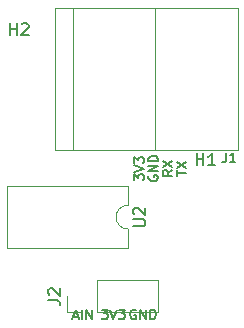
<source format=gto>
G04 #@! TF.GenerationSoftware,KiCad,Pcbnew,(5.1.7)-1*
G04 #@! TF.CreationDate,2021-05-21T20:03:00+02:00*
G04 #@! TF.ProjectId,attinyDPS,61747469-6e79-4445-9053-2e6b69636164,rev?*
G04 #@! TF.SameCoordinates,Original*
G04 #@! TF.FileFunction,Legend,Top*
G04 #@! TF.FilePolarity,Positive*
%FSLAX46Y46*%
G04 Gerber Fmt 4.6, Leading zero omitted, Abs format (unit mm)*
G04 Created by KiCad (PCBNEW (5.1.7)-1) date 2021-05-21 20:03:00*
%MOMM*%
%LPD*%
G01*
G04 APERTURE LIST*
%ADD10C,0.150000*%
%ADD11C,0.120000*%
G04 APERTURE END LIST*
D10*
X12861904Y12109523D02*
X12861904Y12604761D01*
X13166666Y12338095D01*
X13166666Y12452380D01*
X13204761Y12528571D01*
X13242857Y12566666D01*
X13319047Y12604761D01*
X13509523Y12604761D01*
X13585714Y12566666D01*
X13623809Y12528571D01*
X13661904Y12452380D01*
X13661904Y12223809D01*
X13623809Y12147619D01*
X13585714Y12109523D01*
X12861904Y12833333D02*
X13661904Y13100000D01*
X12861904Y13366666D01*
X12861904Y13557142D02*
X12861904Y14052380D01*
X13166666Y13785714D01*
X13166666Y13900000D01*
X13204761Y13976190D01*
X13242857Y14014285D01*
X13319047Y14052380D01*
X13509523Y14052380D01*
X13585714Y14014285D01*
X13623809Y13976190D01*
X13661904Y13900000D01*
X13661904Y13671428D01*
X13623809Y13595238D01*
X13585714Y13557142D01*
X14100000Y12490476D02*
X14061904Y12414285D01*
X14061904Y12300000D01*
X14100000Y12185714D01*
X14176190Y12109523D01*
X14252380Y12071428D01*
X14404761Y12033333D01*
X14519047Y12033333D01*
X14671428Y12071428D01*
X14747619Y12109523D01*
X14823809Y12185714D01*
X14861904Y12300000D01*
X14861904Y12376190D01*
X14823809Y12490476D01*
X14785714Y12528571D01*
X14519047Y12528571D01*
X14519047Y12376190D01*
X14861904Y12871428D02*
X14061904Y12871428D01*
X14861904Y13328571D01*
X14061904Y13328571D01*
X14861904Y13709523D02*
X14061904Y13709523D01*
X14061904Y13900000D01*
X14100000Y14014285D01*
X14176190Y14090476D01*
X14252380Y14128571D01*
X14404761Y14166666D01*
X14519047Y14166666D01*
X14671428Y14128571D01*
X14747619Y14090476D01*
X14823809Y14014285D01*
X14861904Y13900000D01*
X14861904Y13709523D01*
X16061904Y12966666D02*
X15680952Y12700000D01*
X16061904Y12509523D02*
X15261904Y12509523D01*
X15261904Y12814285D01*
X15300000Y12890476D01*
X15338095Y12928571D01*
X15414285Y12966666D01*
X15528571Y12966666D01*
X15604761Y12928571D01*
X15642857Y12890476D01*
X15680952Y12814285D01*
X15680952Y12509523D01*
X15261904Y13233333D02*
X16061904Y13766666D01*
X15261904Y13766666D02*
X16061904Y13233333D01*
X16461904Y12490476D02*
X16461904Y12947619D01*
X17261904Y12719047D02*
X16461904Y12719047D01*
X16461904Y13138095D02*
X17261904Y13671428D01*
X16461904Y13671428D02*
X17261904Y13138095D01*
X12990476Y1100000D02*
X12914285Y1138095D01*
X12800000Y1138095D01*
X12685714Y1100000D01*
X12609523Y1023809D01*
X12571428Y947619D01*
X12533333Y795238D01*
X12533333Y680952D01*
X12571428Y528571D01*
X12609523Y452380D01*
X12685714Y376190D01*
X12800000Y338095D01*
X12876190Y338095D01*
X12990476Y376190D01*
X13028571Y414285D01*
X13028571Y680952D01*
X12876190Y680952D01*
X13371428Y338095D02*
X13371428Y1138095D01*
X13828571Y338095D01*
X13828571Y1138095D01*
X14209523Y338095D02*
X14209523Y1138095D01*
X14400000Y1138095D01*
X14514285Y1100000D01*
X14590476Y1023809D01*
X14628571Y947619D01*
X14666666Y795238D01*
X14666666Y680952D01*
X14628571Y528571D01*
X14590476Y452380D01*
X14514285Y376190D01*
X14400000Y338095D01*
X14209523Y338095D01*
X10109523Y1138095D02*
X10604761Y1138095D01*
X10338095Y833333D01*
X10452380Y833333D01*
X10528571Y795238D01*
X10566666Y757142D01*
X10604761Y680952D01*
X10604761Y490476D01*
X10566666Y414285D01*
X10528571Y376190D01*
X10452380Y338095D01*
X10223809Y338095D01*
X10147619Y376190D01*
X10109523Y414285D01*
X10833333Y1138095D02*
X11100000Y338095D01*
X11366666Y1138095D01*
X11557142Y1138095D02*
X12052380Y1138095D01*
X11785714Y833333D01*
X11900000Y833333D01*
X11976190Y795238D01*
X12014285Y757142D01*
X12052380Y680952D01*
X12052380Y490476D01*
X12014285Y414285D01*
X11976190Y376190D01*
X11900000Y338095D01*
X11671428Y338095D01*
X11595238Y376190D01*
X11557142Y414285D01*
X7700000Y566666D02*
X8080952Y566666D01*
X7623809Y338095D02*
X7890476Y1138095D01*
X8157142Y338095D01*
X8423809Y338095D02*
X8423809Y1138095D01*
X8804761Y338095D02*
X8804761Y1138095D01*
X9261904Y338095D01*
X9261904Y1138095D01*
D11*
X7130000Y970000D02*
X7130000Y2300000D01*
X8460000Y970000D02*
X7130000Y970000D01*
X9730000Y970000D02*
X9730000Y3630000D01*
X9730000Y3630000D02*
X14870000Y3630000D01*
X9730000Y970000D02*
X14870000Y970000D01*
X14870000Y970000D02*
X14870000Y3630000D01*
X14650000Y14700000D02*
X14650000Y26700000D01*
X7650000Y26700000D02*
X7650000Y14700000D01*
X6150000Y26700000D02*
X6150000Y14700000D01*
X6150000Y14700000D02*
X14650000Y14700000D01*
X6150000Y26700000D02*
X14650000Y26700000D01*
X13150000Y26700000D02*
X21650000Y26700000D01*
X13150000Y14700000D02*
X21650000Y14700000D01*
X21650000Y14700000D02*
X21650000Y26700000D01*
X14650000Y26700000D02*
X14650000Y14700000D01*
X12330000Y9990000D02*
X12330000Y11640000D01*
X12330000Y11640000D02*
X2050000Y11640000D01*
X2050000Y11640000D02*
X2050000Y6340000D01*
X2050000Y6340000D02*
X12330000Y6340000D01*
X12330000Y6340000D02*
X12330000Y7990000D01*
X12330000Y7990000D02*
G75*
G02*
X12330000Y9990000I0J1000000D01*
G01*
D10*
X5582380Y1966666D02*
X6296666Y1966666D01*
X6439523Y1919047D01*
X6534761Y1823809D01*
X6582380Y1680952D01*
X6582380Y1585714D01*
X5677619Y2395238D02*
X5630000Y2442857D01*
X5582380Y2538095D01*
X5582380Y2776190D01*
X5630000Y2871428D01*
X5677619Y2919047D01*
X5772857Y2966666D01*
X5868095Y2966666D01*
X6010952Y2919047D01*
X6582380Y2347619D01*
X6582380Y2966666D01*
X2338095Y24397619D02*
X2338095Y25397619D01*
X2338095Y24921428D02*
X2909523Y24921428D01*
X2909523Y24397619D02*
X2909523Y25397619D01*
X3338095Y25302380D02*
X3385714Y25350000D01*
X3480952Y25397619D01*
X3719047Y25397619D01*
X3814285Y25350000D01*
X3861904Y25302380D01*
X3909523Y25207142D01*
X3909523Y25111904D01*
X3861904Y24969047D01*
X3290476Y24397619D01*
X3909523Y24397619D01*
X20633333Y14438095D02*
X20633333Y13866666D01*
X20595238Y13752380D01*
X20519047Y13676190D01*
X20404761Y13638095D01*
X20328571Y13638095D01*
X21433333Y13638095D02*
X20976190Y13638095D01*
X21204761Y13638095D02*
X21204761Y14438095D01*
X21128571Y14323809D01*
X21052380Y14247619D01*
X20976190Y14209523D01*
X18138095Y13397619D02*
X18138095Y14397619D01*
X18138095Y13921428D02*
X18709523Y13921428D01*
X18709523Y13397619D02*
X18709523Y14397619D01*
X19709523Y13397619D02*
X19138095Y13397619D01*
X19423809Y13397619D02*
X19423809Y14397619D01*
X19328571Y14254761D01*
X19233333Y14159523D01*
X19138095Y14111904D01*
X12782380Y8228095D02*
X13591904Y8228095D01*
X13687142Y8275714D01*
X13734761Y8323333D01*
X13782380Y8418571D01*
X13782380Y8609047D01*
X13734761Y8704285D01*
X13687142Y8751904D01*
X13591904Y8799523D01*
X12782380Y8799523D01*
X12877619Y9228095D02*
X12830000Y9275714D01*
X12782380Y9370952D01*
X12782380Y9609047D01*
X12830000Y9704285D01*
X12877619Y9751904D01*
X12972857Y9799523D01*
X13068095Y9799523D01*
X13210952Y9751904D01*
X13782380Y9180476D01*
X13782380Y9799523D01*
M02*

</source>
